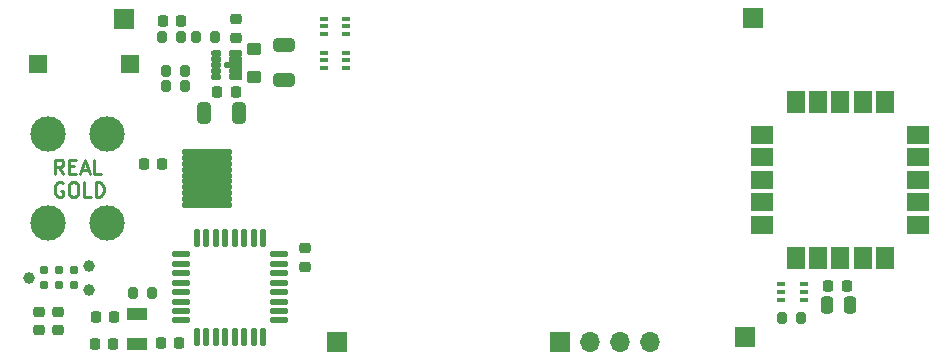
<source format=gbr>
%TF.GenerationSoftware,KiCad,Pcbnew,(6.0.6)*%
%TF.CreationDate,2022-11-03T14:15:42-06:00*%
%TF.ProjectId,SolarGPS,536f6c61-7247-4505-932e-6b696361645f,rev?*%
%TF.SameCoordinates,Original*%
%TF.FileFunction,Soldermask,Top*%
%TF.FilePolarity,Negative*%
%FSLAX46Y46*%
G04 Gerber Fmt 4.6, Leading zero omitted, Abs format (unit mm)*
G04 Created by KiCad (PCBNEW (6.0.6)) date 2022-11-03 14:15:42*
%MOMM*%
%LPD*%
G01*
G04 APERTURE LIST*
G04 Aperture macros list*
%AMRoundRect*
0 Rectangle with rounded corners*
0 $1 Rounding radius*
0 $2 $3 $4 $5 $6 $7 $8 $9 X,Y pos of 4 corners*
0 Add a 4 corners polygon primitive as box body*
4,1,4,$2,$3,$4,$5,$6,$7,$8,$9,$2,$3,0*
0 Add four circle primitives for the rounded corners*
1,1,$1+$1,$2,$3*
1,1,$1+$1,$4,$5*
1,1,$1+$1,$6,$7*
1,1,$1+$1,$8,$9*
0 Add four rect primitives between the rounded corners*
20,1,$1+$1,$2,$3,$4,$5,0*
20,1,$1+$1,$4,$5,$6,$7,0*
20,1,$1+$1,$6,$7,$8,$9,0*
20,1,$1+$1,$8,$9,$2,$3,0*%
G04 Aperture macros list end*
%ADD10C,0.250000*%
%ADD11C,0.010000*%
%ADD12R,0.650000X0.400000*%
%ADD13RoundRect,0.250000X0.250000X0.475000X-0.250000X0.475000X-0.250000X-0.475000X0.250000X-0.475000X0*%
%ADD14C,3.000000*%
%ADD15C,0.990600*%
%ADD16C,0.787400*%
%ADD17RoundRect,0.225000X-0.250000X0.225000X-0.250000X-0.225000X0.250000X-0.225000X0.250000X0.225000X0*%
%ADD18RoundRect,0.200000X0.200000X0.275000X-0.200000X0.275000X-0.200000X-0.275000X0.200000X-0.275000X0*%
%ADD19RoundRect,0.225000X0.225000X0.250000X-0.225000X0.250000X-0.225000X-0.250000X0.225000X-0.250000X0*%
%ADD20RoundRect,0.120000X2.000000X-0.150000X2.000000X0.150000X-2.000000X0.150000X-2.000000X-0.150000X0*%
%ADD21R,1.500000X1.500000*%
%ADD22R,1.700000X1.700000*%
%ADD23RoundRect,0.200000X-0.200000X-0.275000X0.200000X-0.275000X0.200000X0.275000X-0.200000X0.275000X0*%
%ADD24RoundRect,0.225000X-0.225000X-0.250000X0.225000X-0.250000X0.225000X0.250000X-0.225000X0.250000X0*%
%ADD25RoundRect,0.250000X-0.350000X0.275000X-0.350000X-0.275000X0.350000X-0.275000X0.350000X0.275000X0*%
%ADD26RoundRect,0.000001X0.900000X0.750000X-0.900000X0.750000X-0.900000X-0.750000X0.900000X-0.750000X0*%
%ADD27RoundRect,0.000001X0.750000X0.900000X-0.750000X0.900000X-0.750000X-0.900000X0.750000X-0.900000X0*%
%ADD28RoundRect,0.125000X0.125000X-0.625000X0.125000X0.625000X-0.125000X0.625000X-0.125000X-0.625000X0*%
%ADD29RoundRect,0.125000X0.625000X-0.125000X0.625000X0.125000X-0.625000X0.125000X-0.625000X-0.125000X0*%
%ADD30RoundRect,0.250000X0.650000X-0.325000X0.650000X0.325000X-0.650000X0.325000X-0.650000X-0.325000X0*%
%ADD31R,1.800000X1.000000*%
%ADD32RoundRect,0.250000X-0.325000X-0.650000X0.325000X-0.650000X0.325000X0.650000X-0.325000X0.650000X0*%
%ADD33O,1.700000X1.700000*%
G04 APERTURE END LIST*
D10*
X54308928Y-64601857D02*
X53908928Y-64030428D01*
X53623214Y-64601857D02*
X53623214Y-63401857D01*
X54080357Y-63401857D01*
X54194642Y-63459000D01*
X54251785Y-63516142D01*
X54308928Y-63630428D01*
X54308928Y-63801857D01*
X54251785Y-63916142D01*
X54194642Y-63973285D01*
X54080357Y-64030428D01*
X53623214Y-64030428D01*
X54823214Y-63973285D02*
X55223214Y-63973285D01*
X55394642Y-64601857D02*
X54823214Y-64601857D01*
X54823214Y-63401857D01*
X55394642Y-63401857D01*
X55851785Y-64259000D02*
X56423214Y-64259000D01*
X55737500Y-64601857D02*
X56137500Y-63401857D01*
X56537500Y-64601857D01*
X57508928Y-64601857D02*
X56937500Y-64601857D01*
X56937500Y-63401857D01*
X54251785Y-65391000D02*
X54137500Y-65333857D01*
X53966071Y-65333857D01*
X53794642Y-65391000D01*
X53680357Y-65505285D01*
X53623214Y-65619571D01*
X53566071Y-65848142D01*
X53566071Y-66019571D01*
X53623214Y-66248142D01*
X53680357Y-66362428D01*
X53794642Y-66476714D01*
X53966071Y-66533857D01*
X54080357Y-66533857D01*
X54251785Y-66476714D01*
X54308928Y-66419571D01*
X54308928Y-66019571D01*
X54080357Y-66019571D01*
X55051785Y-65333857D02*
X55280357Y-65333857D01*
X55394642Y-65391000D01*
X55508928Y-65505285D01*
X55566071Y-65733857D01*
X55566071Y-66133857D01*
X55508928Y-66362428D01*
X55394642Y-66476714D01*
X55280357Y-66533857D01*
X55051785Y-66533857D01*
X54937500Y-66476714D01*
X54823214Y-66362428D01*
X54766071Y-66133857D01*
X54766071Y-65733857D01*
X54823214Y-65505285D01*
X54937500Y-65391000D01*
X55051785Y-65333857D01*
X56651785Y-66533857D02*
X56080357Y-66533857D01*
X56080357Y-65333857D01*
X57051785Y-66533857D02*
X57051785Y-65333857D01*
X57337500Y-65333857D01*
X57508928Y-65391000D01*
X57623214Y-65505285D01*
X57680357Y-65619571D01*
X57737500Y-65848142D01*
X57737500Y-66019571D01*
X57680357Y-66248142D01*
X57623214Y-66362428D01*
X57508928Y-66476714D01*
X57337500Y-66533857D01*
X57051785Y-66533857D01*
%TO.C,U1*%
G36*
X69263000Y-54666000D02*
G01*
X69269000Y-54666000D01*
X69275000Y-54668000D01*
X69281000Y-54669000D01*
X69299000Y-54675000D01*
X69304000Y-54678000D01*
X69310000Y-54681000D01*
X69315000Y-54684000D01*
X69321000Y-54688000D01*
X69326000Y-54692000D01*
X69330000Y-54696000D01*
X69335000Y-54700000D01*
X69339000Y-54705000D01*
X69343000Y-54709000D01*
X69347000Y-54714000D01*
X69351000Y-54720000D01*
X69354000Y-54725000D01*
X69357000Y-54731000D01*
X69360000Y-54736000D01*
X69366000Y-54754000D01*
X69367000Y-54760000D01*
X69369000Y-54766000D01*
X69369000Y-54772000D01*
X69370000Y-54779000D01*
X69370000Y-54941000D01*
X69369000Y-54948000D01*
X69369000Y-54954000D01*
X69367000Y-54960000D01*
X69366000Y-54966000D01*
X69360000Y-54984000D01*
X69357000Y-54989000D01*
X69354000Y-54995000D01*
X69351000Y-55000000D01*
X69347000Y-55006000D01*
X69343000Y-55011000D01*
X69339000Y-55015000D01*
X69335000Y-55020000D01*
X69330000Y-55024000D01*
X69326000Y-55028000D01*
X69321000Y-55032000D01*
X69315000Y-55036000D01*
X69310000Y-55039000D01*
X69304000Y-55042000D01*
X69299000Y-55045000D01*
X69281000Y-55051000D01*
X69275000Y-55052000D01*
X69269000Y-55054000D01*
X69263000Y-55054000D01*
X69256000Y-55055000D01*
X68444000Y-55055000D01*
X68437000Y-55054000D01*
X68431000Y-55054000D01*
X68425000Y-55052000D01*
X68419000Y-55051000D01*
X68401000Y-55045000D01*
X68396000Y-55042000D01*
X68390000Y-55039000D01*
X68385000Y-55036000D01*
X68379000Y-55032000D01*
X68374000Y-55028000D01*
X68370000Y-55024000D01*
X68365000Y-55020000D01*
X68361000Y-55015000D01*
X68357000Y-55011000D01*
X68353000Y-55006000D01*
X68349000Y-55000000D01*
X68346000Y-54995000D01*
X68343000Y-54989000D01*
X68340000Y-54984000D01*
X68334000Y-54966000D01*
X68333000Y-54960000D01*
X68331000Y-54954000D01*
X68331000Y-54948000D01*
X68330000Y-54941000D01*
X68330000Y-54779000D01*
X68331000Y-54772000D01*
X68331000Y-54766000D01*
X68333000Y-54760000D01*
X68334000Y-54754000D01*
X68340000Y-54736000D01*
X68343000Y-54731000D01*
X68346000Y-54725000D01*
X68349000Y-54720000D01*
X68353000Y-54714000D01*
X68357000Y-54709000D01*
X68361000Y-54705000D01*
X68365000Y-54700000D01*
X68370000Y-54696000D01*
X68374000Y-54692000D01*
X68379000Y-54688000D01*
X68385000Y-54684000D01*
X68390000Y-54681000D01*
X68396000Y-54678000D01*
X68401000Y-54675000D01*
X68419000Y-54669000D01*
X68425000Y-54668000D01*
X68431000Y-54666000D01*
X68437000Y-54666000D01*
X68444000Y-54665000D01*
X69256000Y-54665000D01*
X69263000Y-54666000D01*
G37*
D11*
X69263000Y-54666000D02*
X69269000Y-54666000D01*
X69275000Y-54668000D01*
X69281000Y-54669000D01*
X69299000Y-54675000D01*
X69304000Y-54678000D01*
X69310000Y-54681000D01*
X69315000Y-54684000D01*
X69321000Y-54688000D01*
X69326000Y-54692000D01*
X69330000Y-54696000D01*
X69335000Y-54700000D01*
X69339000Y-54705000D01*
X69343000Y-54709000D01*
X69347000Y-54714000D01*
X69351000Y-54720000D01*
X69354000Y-54725000D01*
X69357000Y-54731000D01*
X69360000Y-54736000D01*
X69366000Y-54754000D01*
X69367000Y-54760000D01*
X69369000Y-54766000D01*
X69369000Y-54772000D01*
X69370000Y-54779000D01*
X69370000Y-54941000D01*
X69369000Y-54948000D01*
X69369000Y-54954000D01*
X69367000Y-54960000D01*
X69366000Y-54966000D01*
X69360000Y-54984000D01*
X69357000Y-54989000D01*
X69354000Y-54995000D01*
X69351000Y-55000000D01*
X69347000Y-55006000D01*
X69343000Y-55011000D01*
X69339000Y-55015000D01*
X69335000Y-55020000D01*
X69330000Y-55024000D01*
X69326000Y-55028000D01*
X69321000Y-55032000D01*
X69315000Y-55036000D01*
X69310000Y-55039000D01*
X69304000Y-55042000D01*
X69299000Y-55045000D01*
X69281000Y-55051000D01*
X69275000Y-55052000D01*
X69269000Y-55054000D01*
X69263000Y-55054000D01*
X69256000Y-55055000D01*
X68444000Y-55055000D01*
X68437000Y-55054000D01*
X68431000Y-55054000D01*
X68425000Y-55052000D01*
X68419000Y-55051000D01*
X68401000Y-55045000D01*
X68396000Y-55042000D01*
X68390000Y-55039000D01*
X68385000Y-55036000D01*
X68379000Y-55032000D01*
X68374000Y-55028000D01*
X68370000Y-55024000D01*
X68365000Y-55020000D01*
X68361000Y-55015000D01*
X68357000Y-55011000D01*
X68353000Y-55006000D01*
X68349000Y-55000000D01*
X68346000Y-54995000D01*
X68343000Y-54989000D01*
X68340000Y-54984000D01*
X68334000Y-54966000D01*
X68333000Y-54960000D01*
X68331000Y-54954000D01*
X68331000Y-54948000D01*
X68330000Y-54941000D01*
X68330000Y-54779000D01*
X68331000Y-54772000D01*
X68331000Y-54766000D01*
X68333000Y-54760000D01*
X68334000Y-54754000D01*
X68340000Y-54736000D01*
X68343000Y-54731000D01*
X68346000Y-54725000D01*
X68349000Y-54720000D01*
X68353000Y-54714000D01*
X68357000Y-54709000D01*
X68361000Y-54705000D01*
X68365000Y-54700000D01*
X68370000Y-54696000D01*
X68374000Y-54692000D01*
X68379000Y-54688000D01*
X68385000Y-54684000D01*
X68390000Y-54681000D01*
X68396000Y-54678000D01*
X68401000Y-54675000D01*
X68419000Y-54669000D01*
X68425000Y-54668000D01*
X68431000Y-54666000D01*
X68437000Y-54666000D01*
X68444000Y-54665000D01*
X69256000Y-54665000D01*
X69263000Y-54666000D01*
G36*
X69263000Y-56166000D02*
G01*
X69269000Y-56166000D01*
X69275000Y-56168000D01*
X69281000Y-56169000D01*
X69299000Y-56175000D01*
X69304000Y-56178000D01*
X69310000Y-56181000D01*
X69315000Y-56184000D01*
X69321000Y-56188000D01*
X69326000Y-56192000D01*
X69330000Y-56196000D01*
X69335000Y-56200000D01*
X69339000Y-56205000D01*
X69343000Y-56209000D01*
X69347000Y-56214000D01*
X69351000Y-56220000D01*
X69354000Y-56225000D01*
X69357000Y-56231000D01*
X69360000Y-56236000D01*
X69366000Y-56254000D01*
X69367000Y-56260000D01*
X69369000Y-56266000D01*
X69369000Y-56272000D01*
X69370000Y-56279000D01*
X69370000Y-56441000D01*
X69369000Y-56448000D01*
X69369000Y-56454000D01*
X69367000Y-56460000D01*
X69366000Y-56466000D01*
X69360000Y-56484000D01*
X69357000Y-56489000D01*
X69354000Y-56495000D01*
X69351000Y-56500000D01*
X69347000Y-56506000D01*
X69343000Y-56511000D01*
X69339000Y-56515000D01*
X69335000Y-56520000D01*
X69330000Y-56524000D01*
X69326000Y-56528000D01*
X69321000Y-56532000D01*
X69315000Y-56536000D01*
X69310000Y-56539000D01*
X69304000Y-56542000D01*
X69299000Y-56545000D01*
X69281000Y-56551000D01*
X69275000Y-56552000D01*
X69269000Y-56554000D01*
X69263000Y-56554000D01*
X69256000Y-56555000D01*
X68444000Y-56555000D01*
X68437000Y-56554000D01*
X68431000Y-56554000D01*
X68425000Y-56552000D01*
X68419000Y-56551000D01*
X68401000Y-56545000D01*
X68396000Y-56542000D01*
X68390000Y-56539000D01*
X68385000Y-56536000D01*
X68379000Y-56532000D01*
X68374000Y-56528000D01*
X68370000Y-56524000D01*
X68365000Y-56520000D01*
X68361000Y-56515000D01*
X68357000Y-56511000D01*
X68353000Y-56506000D01*
X68349000Y-56500000D01*
X68346000Y-56495000D01*
X68343000Y-56489000D01*
X68340000Y-56484000D01*
X68334000Y-56466000D01*
X68333000Y-56460000D01*
X68331000Y-56454000D01*
X68331000Y-56448000D01*
X68330000Y-56441000D01*
X68330000Y-56279000D01*
X68331000Y-56272000D01*
X68331000Y-56266000D01*
X68333000Y-56260000D01*
X68334000Y-56254000D01*
X68340000Y-56236000D01*
X68343000Y-56231000D01*
X68346000Y-56225000D01*
X68349000Y-56220000D01*
X68353000Y-56214000D01*
X68357000Y-56209000D01*
X68361000Y-56205000D01*
X68365000Y-56200000D01*
X68370000Y-56196000D01*
X68374000Y-56192000D01*
X68379000Y-56188000D01*
X68385000Y-56184000D01*
X68390000Y-56181000D01*
X68396000Y-56178000D01*
X68401000Y-56175000D01*
X68419000Y-56169000D01*
X68425000Y-56168000D01*
X68431000Y-56166000D01*
X68437000Y-56166000D01*
X68444000Y-56165000D01*
X69256000Y-56165000D01*
X69263000Y-56166000D01*
G37*
X69263000Y-56166000D02*
X69269000Y-56166000D01*
X69275000Y-56168000D01*
X69281000Y-56169000D01*
X69299000Y-56175000D01*
X69304000Y-56178000D01*
X69310000Y-56181000D01*
X69315000Y-56184000D01*
X69321000Y-56188000D01*
X69326000Y-56192000D01*
X69330000Y-56196000D01*
X69335000Y-56200000D01*
X69339000Y-56205000D01*
X69343000Y-56209000D01*
X69347000Y-56214000D01*
X69351000Y-56220000D01*
X69354000Y-56225000D01*
X69357000Y-56231000D01*
X69360000Y-56236000D01*
X69366000Y-56254000D01*
X69367000Y-56260000D01*
X69369000Y-56266000D01*
X69369000Y-56272000D01*
X69370000Y-56279000D01*
X69370000Y-56441000D01*
X69369000Y-56448000D01*
X69369000Y-56454000D01*
X69367000Y-56460000D01*
X69366000Y-56466000D01*
X69360000Y-56484000D01*
X69357000Y-56489000D01*
X69354000Y-56495000D01*
X69351000Y-56500000D01*
X69347000Y-56506000D01*
X69343000Y-56511000D01*
X69339000Y-56515000D01*
X69335000Y-56520000D01*
X69330000Y-56524000D01*
X69326000Y-56528000D01*
X69321000Y-56532000D01*
X69315000Y-56536000D01*
X69310000Y-56539000D01*
X69304000Y-56542000D01*
X69299000Y-56545000D01*
X69281000Y-56551000D01*
X69275000Y-56552000D01*
X69269000Y-56554000D01*
X69263000Y-56554000D01*
X69256000Y-56555000D01*
X68444000Y-56555000D01*
X68437000Y-56554000D01*
X68431000Y-56554000D01*
X68425000Y-56552000D01*
X68419000Y-56551000D01*
X68401000Y-56545000D01*
X68396000Y-56542000D01*
X68390000Y-56539000D01*
X68385000Y-56536000D01*
X68379000Y-56532000D01*
X68374000Y-56528000D01*
X68370000Y-56524000D01*
X68365000Y-56520000D01*
X68361000Y-56515000D01*
X68357000Y-56511000D01*
X68353000Y-56506000D01*
X68349000Y-56500000D01*
X68346000Y-56495000D01*
X68343000Y-56489000D01*
X68340000Y-56484000D01*
X68334000Y-56466000D01*
X68333000Y-56460000D01*
X68331000Y-56454000D01*
X68331000Y-56448000D01*
X68330000Y-56441000D01*
X68330000Y-56279000D01*
X68331000Y-56272000D01*
X68331000Y-56266000D01*
X68333000Y-56260000D01*
X68334000Y-56254000D01*
X68340000Y-56236000D01*
X68343000Y-56231000D01*
X68346000Y-56225000D01*
X68349000Y-56220000D01*
X68353000Y-56214000D01*
X68357000Y-56209000D01*
X68361000Y-56205000D01*
X68365000Y-56200000D01*
X68370000Y-56196000D01*
X68374000Y-56192000D01*
X68379000Y-56188000D01*
X68385000Y-56184000D01*
X68390000Y-56181000D01*
X68396000Y-56178000D01*
X68401000Y-56175000D01*
X68419000Y-56169000D01*
X68425000Y-56168000D01*
X68431000Y-56166000D01*
X68437000Y-56166000D01*
X68444000Y-56165000D01*
X69256000Y-56165000D01*
X69263000Y-56166000D01*
G36*
X69263000Y-55166000D02*
G01*
X69269000Y-55166000D01*
X69275000Y-55168000D01*
X69281000Y-55169000D01*
X69299000Y-55175000D01*
X69304000Y-55178000D01*
X69310000Y-55181000D01*
X69315000Y-55184000D01*
X69321000Y-55188000D01*
X69326000Y-55192000D01*
X69330000Y-55196000D01*
X69335000Y-55200000D01*
X69339000Y-55205000D01*
X69343000Y-55209000D01*
X69347000Y-55214000D01*
X69351000Y-55220000D01*
X69354000Y-55225000D01*
X69357000Y-55231000D01*
X69360000Y-55236000D01*
X69366000Y-55254000D01*
X69367000Y-55260000D01*
X69369000Y-55266000D01*
X69369000Y-55272000D01*
X69370000Y-55279000D01*
X69370000Y-55441000D01*
X69369000Y-55448000D01*
X69369000Y-55454000D01*
X69367000Y-55460000D01*
X69366000Y-55466000D01*
X69360000Y-55484000D01*
X69357000Y-55489000D01*
X69354000Y-55495000D01*
X69351000Y-55500000D01*
X69347000Y-55506000D01*
X69343000Y-55511000D01*
X69339000Y-55515000D01*
X69335000Y-55520000D01*
X69330000Y-55524000D01*
X69326000Y-55528000D01*
X69321000Y-55532000D01*
X69315000Y-55536000D01*
X69310000Y-55539000D01*
X69304000Y-55542000D01*
X69299000Y-55545000D01*
X69281000Y-55551000D01*
X69275000Y-55552000D01*
X69269000Y-55554000D01*
X69263000Y-55554000D01*
X69256000Y-55555000D01*
X68044000Y-55555000D01*
X68037000Y-55554000D01*
X68031000Y-55554000D01*
X68025000Y-55552000D01*
X68019000Y-55551000D01*
X68001000Y-55545000D01*
X67996000Y-55542000D01*
X67990000Y-55539000D01*
X67985000Y-55536000D01*
X67979000Y-55532000D01*
X67974000Y-55528000D01*
X67970000Y-55524000D01*
X67965000Y-55520000D01*
X67961000Y-55515000D01*
X67957000Y-55511000D01*
X67953000Y-55506000D01*
X67949000Y-55500000D01*
X67946000Y-55495000D01*
X67943000Y-55489000D01*
X67940000Y-55484000D01*
X67934000Y-55466000D01*
X67933000Y-55460000D01*
X67931000Y-55454000D01*
X67931000Y-55448000D01*
X67930000Y-55441000D01*
X67930000Y-55279000D01*
X67931000Y-55272000D01*
X67931000Y-55266000D01*
X67933000Y-55260000D01*
X67934000Y-55254000D01*
X67940000Y-55236000D01*
X67943000Y-55231000D01*
X67946000Y-55225000D01*
X67949000Y-55220000D01*
X67953000Y-55214000D01*
X67957000Y-55209000D01*
X67961000Y-55205000D01*
X67965000Y-55200000D01*
X67970000Y-55196000D01*
X67974000Y-55192000D01*
X67979000Y-55188000D01*
X67985000Y-55184000D01*
X67990000Y-55181000D01*
X67996000Y-55178000D01*
X68001000Y-55175000D01*
X68019000Y-55169000D01*
X68025000Y-55168000D01*
X68031000Y-55166000D01*
X68037000Y-55166000D01*
X68044000Y-55165000D01*
X69256000Y-55165000D01*
X69263000Y-55166000D01*
G37*
X69263000Y-55166000D02*
X69269000Y-55166000D01*
X69275000Y-55168000D01*
X69281000Y-55169000D01*
X69299000Y-55175000D01*
X69304000Y-55178000D01*
X69310000Y-55181000D01*
X69315000Y-55184000D01*
X69321000Y-55188000D01*
X69326000Y-55192000D01*
X69330000Y-55196000D01*
X69335000Y-55200000D01*
X69339000Y-55205000D01*
X69343000Y-55209000D01*
X69347000Y-55214000D01*
X69351000Y-55220000D01*
X69354000Y-55225000D01*
X69357000Y-55231000D01*
X69360000Y-55236000D01*
X69366000Y-55254000D01*
X69367000Y-55260000D01*
X69369000Y-55266000D01*
X69369000Y-55272000D01*
X69370000Y-55279000D01*
X69370000Y-55441000D01*
X69369000Y-55448000D01*
X69369000Y-55454000D01*
X69367000Y-55460000D01*
X69366000Y-55466000D01*
X69360000Y-55484000D01*
X69357000Y-55489000D01*
X69354000Y-55495000D01*
X69351000Y-55500000D01*
X69347000Y-55506000D01*
X69343000Y-55511000D01*
X69339000Y-55515000D01*
X69335000Y-55520000D01*
X69330000Y-55524000D01*
X69326000Y-55528000D01*
X69321000Y-55532000D01*
X69315000Y-55536000D01*
X69310000Y-55539000D01*
X69304000Y-55542000D01*
X69299000Y-55545000D01*
X69281000Y-55551000D01*
X69275000Y-55552000D01*
X69269000Y-55554000D01*
X69263000Y-55554000D01*
X69256000Y-55555000D01*
X68044000Y-55555000D01*
X68037000Y-55554000D01*
X68031000Y-55554000D01*
X68025000Y-55552000D01*
X68019000Y-55551000D01*
X68001000Y-55545000D01*
X67996000Y-55542000D01*
X67990000Y-55539000D01*
X67985000Y-55536000D01*
X67979000Y-55532000D01*
X67974000Y-55528000D01*
X67970000Y-55524000D01*
X67965000Y-55520000D01*
X67961000Y-55515000D01*
X67957000Y-55511000D01*
X67953000Y-55506000D01*
X67949000Y-55500000D01*
X67946000Y-55495000D01*
X67943000Y-55489000D01*
X67940000Y-55484000D01*
X67934000Y-55466000D01*
X67933000Y-55460000D01*
X67931000Y-55454000D01*
X67931000Y-55448000D01*
X67930000Y-55441000D01*
X67930000Y-55279000D01*
X67931000Y-55272000D01*
X67931000Y-55266000D01*
X67933000Y-55260000D01*
X67934000Y-55254000D01*
X67940000Y-55236000D01*
X67943000Y-55231000D01*
X67946000Y-55225000D01*
X67949000Y-55220000D01*
X67953000Y-55214000D01*
X67957000Y-55209000D01*
X67961000Y-55205000D01*
X67965000Y-55200000D01*
X67970000Y-55196000D01*
X67974000Y-55192000D01*
X67979000Y-55188000D01*
X67985000Y-55184000D01*
X67990000Y-55181000D01*
X67996000Y-55178000D01*
X68001000Y-55175000D01*
X68019000Y-55169000D01*
X68025000Y-55168000D01*
X68031000Y-55166000D01*
X68037000Y-55166000D01*
X68044000Y-55165000D01*
X69256000Y-55165000D01*
X69263000Y-55166000D01*
G36*
X69263000Y-55666000D02*
G01*
X69269000Y-55666000D01*
X69275000Y-55668000D01*
X69281000Y-55669000D01*
X69299000Y-55675000D01*
X69304000Y-55678000D01*
X69310000Y-55681000D01*
X69315000Y-55684000D01*
X69321000Y-55688000D01*
X69326000Y-55692000D01*
X69330000Y-55696000D01*
X69335000Y-55700000D01*
X69339000Y-55705000D01*
X69343000Y-55709000D01*
X69347000Y-55714000D01*
X69351000Y-55720000D01*
X69354000Y-55725000D01*
X69357000Y-55731000D01*
X69360000Y-55736000D01*
X69366000Y-55754000D01*
X69367000Y-55760000D01*
X69369000Y-55766000D01*
X69369000Y-55772000D01*
X69370000Y-55779000D01*
X69370000Y-55941000D01*
X69369000Y-55948000D01*
X69369000Y-55954000D01*
X69367000Y-55960000D01*
X69366000Y-55966000D01*
X69360000Y-55984000D01*
X69357000Y-55989000D01*
X69354000Y-55995000D01*
X69351000Y-56000000D01*
X69347000Y-56006000D01*
X69343000Y-56011000D01*
X69339000Y-56015000D01*
X69335000Y-56020000D01*
X69330000Y-56024000D01*
X69326000Y-56028000D01*
X69321000Y-56032000D01*
X69315000Y-56036000D01*
X69310000Y-56039000D01*
X69304000Y-56042000D01*
X69299000Y-56045000D01*
X69281000Y-56051000D01*
X69275000Y-56052000D01*
X69269000Y-56054000D01*
X69263000Y-56054000D01*
X69256000Y-56055000D01*
X68444000Y-56055000D01*
X68437000Y-56054000D01*
X68431000Y-56054000D01*
X68425000Y-56052000D01*
X68419000Y-56051000D01*
X68401000Y-56045000D01*
X68396000Y-56042000D01*
X68390000Y-56039000D01*
X68385000Y-56036000D01*
X68379000Y-56032000D01*
X68374000Y-56028000D01*
X68370000Y-56024000D01*
X68365000Y-56020000D01*
X68361000Y-56015000D01*
X68357000Y-56011000D01*
X68353000Y-56006000D01*
X68349000Y-56000000D01*
X68346000Y-55995000D01*
X68343000Y-55989000D01*
X68340000Y-55984000D01*
X68334000Y-55966000D01*
X68333000Y-55960000D01*
X68331000Y-55954000D01*
X68331000Y-55948000D01*
X68330000Y-55941000D01*
X68330000Y-55779000D01*
X68331000Y-55772000D01*
X68331000Y-55766000D01*
X68333000Y-55760000D01*
X68334000Y-55754000D01*
X68340000Y-55736000D01*
X68343000Y-55731000D01*
X68346000Y-55725000D01*
X68349000Y-55720000D01*
X68353000Y-55714000D01*
X68357000Y-55709000D01*
X68361000Y-55705000D01*
X68365000Y-55700000D01*
X68370000Y-55696000D01*
X68374000Y-55692000D01*
X68379000Y-55688000D01*
X68385000Y-55684000D01*
X68390000Y-55681000D01*
X68396000Y-55678000D01*
X68401000Y-55675000D01*
X68419000Y-55669000D01*
X68425000Y-55668000D01*
X68431000Y-55666000D01*
X68437000Y-55666000D01*
X68444000Y-55665000D01*
X69256000Y-55665000D01*
X69263000Y-55666000D01*
G37*
X69263000Y-55666000D02*
X69269000Y-55666000D01*
X69275000Y-55668000D01*
X69281000Y-55669000D01*
X69299000Y-55675000D01*
X69304000Y-55678000D01*
X69310000Y-55681000D01*
X69315000Y-55684000D01*
X69321000Y-55688000D01*
X69326000Y-55692000D01*
X69330000Y-55696000D01*
X69335000Y-55700000D01*
X69339000Y-55705000D01*
X69343000Y-55709000D01*
X69347000Y-55714000D01*
X69351000Y-55720000D01*
X69354000Y-55725000D01*
X69357000Y-55731000D01*
X69360000Y-55736000D01*
X69366000Y-55754000D01*
X69367000Y-55760000D01*
X69369000Y-55766000D01*
X69369000Y-55772000D01*
X69370000Y-55779000D01*
X69370000Y-55941000D01*
X69369000Y-55948000D01*
X69369000Y-55954000D01*
X69367000Y-55960000D01*
X69366000Y-55966000D01*
X69360000Y-55984000D01*
X69357000Y-55989000D01*
X69354000Y-55995000D01*
X69351000Y-56000000D01*
X69347000Y-56006000D01*
X69343000Y-56011000D01*
X69339000Y-56015000D01*
X69335000Y-56020000D01*
X69330000Y-56024000D01*
X69326000Y-56028000D01*
X69321000Y-56032000D01*
X69315000Y-56036000D01*
X69310000Y-56039000D01*
X69304000Y-56042000D01*
X69299000Y-56045000D01*
X69281000Y-56051000D01*
X69275000Y-56052000D01*
X69269000Y-56054000D01*
X69263000Y-56054000D01*
X69256000Y-56055000D01*
X68444000Y-56055000D01*
X68437000Y-56054000D01*
X68431000Y-56054000D01*
X68425000Y-56052000D01*
X68419000Y-56051000D01*
X68401000Y-56045000D01*
X68396000Y-56042000D01*
X68390000Y-56039000D01*
X68385000Y-56036000D01*
X68379000Y-56032000D01*
X68374000Y-56028000D01*
X68370000Y-56024000D01*
X68365000Y-56020000D01*
X68361000Y-56015000D01*
X68357000Y-56011000D01*
X68353000Y-56006000D01*
X68349000Y-56000000D01*
X68346000Y-55995000D01*
X68343000Y-55989000D01*
X68340000Y-55984000D01*
X68334000Y-55966000D01*
X68333000Y-55960000D01*
X68331000Y-55954000D01*
X68331000Y-55948000D01*
X68330000Y-55941000D01*
X68330000Y-55779000D01*
X68331000Y-55772000D01*
X68331000Y-55766000D01*
X68333000Y-55760000D01*
X68334000Y-55754000D01*
X68340000Y-55736000D01*
X68343000Y-55731000D01*
X68346000Y-55725000D01*
X68349000Y-55720000D01*
X68353000Y-55714000D01*
X68357000Y-55709000D01*
X68361000Y-55705000D01*
X68365000Y-55700000D01*
X68370000Y-55696000D01*
X68374000Y-55692000D01*
X68379000Y-55688000D01*
X68385000Y-55684000D01*
X68390000Y-55681000D01*
X68396000Y-55678000D01*
X68401000Y-55675000D01*
X68419000Y-55669000D01*
X68425000Y-55668000D01*
X68431000Y-55666000D01*
X68437000Y-55666000D01*
X68444000Y-55665000D01*
X69256000Y-55665000D01*
X69263000Y-55666000D01*
G36*
X67463000Y-56166000D02*
G01*
X67469000Y-56166000D01*
X67475000Y-56168000D01*
X67481000Y-56169000D01*
X67499000Y-56175000D01*
X67504000Y-56178000D01*
X67510000Y-56181000D01*
X67515000Y-56184000D01*
X67521000Y-56188000D01*
X67526000Y-56192000D01*
X67530000Y-56196000D01*
X67535000Y-56200000D01*
X67539000Y-56205000D01*
X67543000Y-56209000D01*
X67547000Y-56214000D01*
X67551000Y-56220000D01*
X67554000Y-56225000D01*
X67557000Y-56231000D01*
X67560000Y-56236000D01*
X67566000Y-56254000D01*
X67567000Y-56260000D01*
X67569000Y-56266000D01*
X67569000Y-56272000D01*
X67570000Y-56279000D01*
X67570000Y-56441000D01*
X67569000Y-56448000D01*
X67569000Y-56454000D01*
X67567000Y-56460000D01*
X67566000Y-56466000D01*
X67560000Y-56484000D01*
X67557000Y-56489000D01*
X67554000Y-56495000D01*
X67551000Y-56500000D01*
X67547000Y-56506000D01*
X67543000Y-56511000D01*
X67539000Y-56515000D01*
X67535000Y-56520000D01*
X67530000Y-56524000D01*
X67526000Y-56528000D01*
X67521000Y-56532000D01*
X67515000Y-56536000D01*
X67510000Y-56539000D01*
X67504000Y-56542000D01*
X67499000Y-56545000D01*
X67481000Y-56551000D01*
X67475000Y-56552000D01*
X67469000Y-56554000D01*
X67463000Y-56554000D01*
X67456000Y-56555000D01*
X66944000Y-56555000D01*
X66937000Y-56554000D01*
X66931000Y-56554000D01*
X66925000Y-56552000D01*
X66919000Y-56551000D01*
X66901000Y-56545000D01*
X66896000Y-56542000D01*
X66890000Y-56539000D01*
X66885000Y-56536000D01*
X66879000Y-56532000D01*
X66874000Y-56528000D01*
X66870000Y-56524000D01*
X66865000Y-56520000D01*
X66861000Y-56515000D01*
X66857000Y-56511000D01*
X66853000Y-56506000D01*
X66849000Y-56500000D01*
X66846000Y-56495000D01*
X66843000Y-56489000D01*
X66840000Y-56484000D01*
X66834000Y-56466000D01*
X66833000Y-56460000D01*
X66831000Y-56454000D01*
X66831000Y-56448000D01*
X66830000Y-56441000D01*
X66830000Y-56279000D01*
X66831000Y-56272000D01*
X66831000Y-56266000D01*
X66833000Y-56260000D01*
X66834000Y-56254000D01*
X66840000Y-56236000D01*
X66843000Y-56231000D01*
X66846000Y-56225000D01*
X66849000Y-56220000D01*
X66853000Y-56214000D01*
X66857000Y-56209000D01*
X66861000Y-56205000D01*
X66865000Y-56200000D01*
X66870000Y-56196000D01*
X66874000Y-56192000D01*
X66879000Y-56188000D01*
X66885000Y-56184000D01*
X66890000Y-56181000D01*
X66896000Y-56178000D01*
X66901000Y-56175000D01*
X66919000Y-56169000D01*
X66925000Y-56168000D01*
X66931000Y-56166000D01*
X66937000Y-56166000D01*
X66944000Y-56165000D01*
X67456000Y-56165000D01*
X67463000Y-56166000D01*
G37*
X67463000Y-56166000D02*
X67469000Y-56166000D01*
X67475000Y-56168000D01*
X67481000Y-56169000D01*
X67499000Y-56175000D01*
X67504000Y-56178000D01*
X67510000Y-56181000D01*
X67515000Y-56184000D01*
X67521000Y-56188000D01*
X67526000Y-56192000D01*
X67530000Y-56196000D01*
X67535000Y-56200000D01*
X67539000Y-56205000D01*
X67543000Y-56209000D01*
X67547000Y-56214000D01*
X67551000Y-56220000D01*
X67554000Y-56225000D01*
X67557000Y-56231000D01*
X67560000Y-56236000D01*
X67566000Y-56254000D01*
X67567000Y-56260000D01*
X67569000Y-56266000D01*
X67569000Y-56272000D01*
X67570000Y-56279000D01*
X67570000Y-56441000D01*
X67569000Y-56448000D01*
X67569000Y-56454000D01*
X67567000Y-56460000D01*
X67566000Y-56466000D01*
X67560000Y-56484000D01*
X67557000Y-56489000D01*
X67554000Y-56495000D01*
X67551000Y-56500000D01*
X67547000Y-56506000D01*
X67543000Y-56511000D01*
X67539000Y-56515000D01*
X67535000Y-56520000D01*
X67530000Y-56524000D01*
X67526000Y-56528000D01*
X67521000Y-56532000D01*
X67515000Y-56536000D01*
X67510000Y-56539000D01*
X67504000Y-56542000D01*
X67499000Y-56545000D01*
X67481000Y-56551000D01*
X67475000Y-56552000D01*
X67469000Y-56554000D01*
X67463000Y-56554000D01*
X67456000Y-56555000D01*
X66944000Y-56555000D01*
X66937000Y-56554000D01*
X66931000Y-56554000D01*
X66925000Y-56552000D01*
X66919000Y-56551000D01*
X66901000Y-56545000D01*
X66896000Y-56542000D01*
X66890000Y-56539000D01*
X66885000Y-56536000D01*
X66879000Y-56532000D01*
X66874000Y-56528000D01*
X66870000Y-56524000D01*
X66865000Y-56520000D01*
X66861000Y-56515000D01*
X66857000Y-56511000D01*
X66853000Y-56506000D01*
X66849000Y-56500000D01*
X66846000Y-56495000D01*
X66843000Y-56489000D01*
X66840000Y-56484000D01*
X66834000Y-56466000D01*
X66833000Y-56460000D01*
X66831000Y-56454000D01*
X66831000Y-56448000D01*
X66830000Y-56441000D01*
X66830000Y-56279000D01*
X66831000Y-56272000D01*
X66831000Y-56266000D01*
X66833000Y-56260000D01*
X66834000Y-56254000D01*
X66840000Y-56236000D01*
X66843000Y-56231000D01*
X66846000Y-56225000D01*
X66849000Y-56220000D01*
X66853000Y-56214000D01*
X66857000Y-56209000D01*
X66861000Y-56205000D01*
X66865000Y-56200000D01*
X66870000Y-56196000D01*
X66874000Y-56192000D01*
X66879000Y-56188000D01*
X66885000Y-56184000D01*
X66890000Y-56181000D01*
X66896000Y-56178000D01*
X66901000Y-56175000D01*
X66919000Y-56169000D01*
X66925000Y-56168000D01*
X66931000Y-56166000D01*
X66937000Y-56166000D01*
X66944000Y-56165000D01*
X67456000Y-56165000D01*
X67463000Y-56166000D01*
G36*
X67463000Y-54666000D02*
G01*
X67469000Y-54666000D01*
X67475000Y-54668000D01*
X67481000Y-54669000D01*
X67499000Y-54675000D01*
X67504000Y-54678000D01*
X67510000Y-54681000D01*
X67515000Y-54684000D01*
X67521000Y-54688000D01*
X67526000Y-54692000D01*
X67530000Y-54696000D01*
X67535000Y-54700000D01*
X67539000Y-54705000D01*
X67543000Y-54709000D01*
X67547000Y-54714000D01*
X67551000Y-54720000D01*
X67554000Y-54725000D01*
X67557000Y-54731000D01*
X67560000Y-54736000D01*
X67566000Y-54754000D01*
X67567000Y-54760000D01*
X67569000Y-54766000D01*
X67569000Y-54772000D01*
X67570000Y-54779000D01*
X67570000Y-54941000D01*
X67569000Y-54948000D01*
X67569000Y-54954000D01*
X67567000Y-54960000D01*
X67566000Y-54966000D01*
X67560000Y-54984000D01*
X67557000Y-54989000D01*
X67554000Y-54995000D01*
X67551000Y-55000000D01*
X67547000Y-55006000D01*
X67543000Y-55011000D01*
X67539000Y-55015000D01*
X67535000Y-55020000D01*
X67530000Y-55024000D01*
X67526000Y-55028000D01*
X67521000Y-55032000D01*
X67515000Y-55036000D01*
X67510000Y-55039000D01*
X67504000Y-55042000D01*
X67499000Y-55045000D01*
X67481000Y-55051000D01*
X67475000Y-55052000D01*
X67469000Y-55054000D01*
X67463000Y-55054000D01*
X67456000Y-55055000D01*
X66944000Y-55055000D01*
X66937000Y-55054000D01*
X66931000Y-55054000D01*
X66925000Y-55052000D01*
X66919000Y-55051000D01*
X66901000Y-55045000D01*
X66896000Y-55042000D01*
X66890000Y-55039000D01*
X66885000Y-55036000D01*
X66879000Y-55032000D01*
X66874000Y-55028000D01*
X66870000Y-55024000D01*
X66865000Y-55020000D01*
X66861000Y-55015000D01*
X66857000Y-55011000D01*
X66853000Y-55006000D01*
X66849000Y-55000000D01*
X66846000Y-54995000D01*
X66843000Y-54989000D01*
X66840000Y-54984000D01*
X66834000Y-54966000D01*
X66833000Y-54960000D01*
X66831000Y-54954000D01*
X66831000Y-54948000D01*
X66830000Y-54941000D01*
X66830000Y-54779000D01*
X66831000Y-54772000D01*
X66831000Y-54766000D01*
X66833000Y-54760000D01*
X66834000Y-54754000D01*
X66840000Y-54736000D01*
X66843000Y-54731000D01*
X66846000Y-54725000D01*
X66849000Y-54720000D01*
X66853000Y-54714000D01*
X66857000Y-54709000D01*
X66861000Y-54705000D01*
X66865000Y-54700000D01*
X66870000Y-54696000D01*
X66874000Y-54692000D01*
X66879000Y-54688000D01*
X66885000Y-54684000D01*
X66890000Y-54681000D01*
X66896000Y-54678000D01*
X66901000Y-54675000D01*
X66919000Y-54669000D01*
X66925000Y-54668000D01*
X66931000Y-54666000D01*
X66937000Y-54666000D01*
X66944000Y-54665000D01*
X67456000Y-54665000D01*
X67463000Y-54666000D01*
G37*
X67463000Y-54666000D02*
X67469000Y-54666000D01*
X67475000Y-54668000D01*
X67481000Y-54669000D01*
X67499000Y-54675000D01*
X67504000Y-54678000D01*
X67510000Y-54681000D01*
X67515000Y-54684000D01*
X67521000Y-54688000D01*
X67526000Y-54692000D01*
X67530000Y-54696000D01*
X67535000Y-54700000D01*
X67539000Y-54705000D01*
X67543000Y-54709000D01*
X67547000Y-54714000D01*
X67551000Y-54720000D01*
X67554000Y-54725000D01*
X67557000Y-54731000D01*
X67560000Y-54736000D01*
X67566000Y-54754000D01*
X67567000Y-54760000D01*
X67569000Y-54766000D01*
X67569000Y-54772000D01*
X67570000Y-54779000D01*
X67570000Y-54941000D01*
X67569000Y-54948000D01*
X67569000Y-54954000D01*
X67567000Y-54960000D01*
X67566000Y-54966000D01*
X67560000Y-54984000D01*
X67557000Y-54989000D01*
X67554000Y-54995000D01*
X67551000Y-55000000D01*
X67547000Y-55006000D01*
X67543000Y-55011000D01*
X67539000Y-55015000D01*
X67535000Y-55020000D01*
X67530000Y-55024000D01*
X67526000Y-55028000D01*
X67521000Y-55032000D01*
X67515000Y-55036000D01*
X67510000Y-55039000D01*
X67504000Y-55042000D01*
X67499000Y-55045000D01*
X67481000Y-55051000D01*
X67475000Y-55052000D01*
X67469000Y-55054000D01*
X67463000Y-55054000D01*
X67456000Y-55055000D01*
X66944000Y-55055000D01*
X66937000Y-55054000D01*
X66931000Y-55054000D01*
X66925000Y-55052000D01*
X66919000Y-55051000D01*
X66901000Y-55045000D01*
X66896000Y-55042000D01*
X66890000Y-55039000D01*
X66885000Y-55036000D01*
X66879000Y-55032000D01*
X66874000Y-55028000D01*
X66870000Y-55024000D01*
X66865000Y-55020000D01*
X66861000Y-55015000D01*
X66857000Y-55011000D01*
X66853000Y-55006000D01*
X66849000Y-55000000D01*
X66846000Y-54995000D01*
X66843000Y-54989000D01*
X66840000Y-54984000D01*
X66834000Y-54966000D01*
X66833000Y-54960000D01*
X66831000Y-54954000D01*
X66831000Y-54948000D01*
X66830000Y-54941000D01*
X66830000Y-54779000D01*
X66831000Y-54772000D01*
X66831000Y-54766000D01*
X66833000Y-54760000D01*
X66834000Y-54754000D01*
X66840000Y-54736000D01*
X66843000Y-54731000D01*
X66846000Y-54725000D01*
X66849000Y-54720000D01*
X66853000Y-54714000D01*
X66857000Y-54709000D01*
X66861000Y-54705000D01*
X66865000Y-54700000D01*
X66870000Y-54696000D01*
X66874000Y-54692000D01*
X66879000Y-54688000D01*
X66885000Y-54684000D01*
X66890000Y-54681000D01*
X66896000Y-54678000D01*
X66901000Y-54675000D01*
X66919000Y-54669000D01*
X66925000Y-54668000D01*
X66931000Y-54666000D01*
X66937000Y-54666000D01*
X66944000Y-54665000D01*
X67456000Y-54665000D01*
X67463000Y-54666000D01*
G36*
X67463000Y-55166000D02*
G01*
X67469000Y-55166000D01*
X67475000Y-55168000D01*
X67481000Y-55169000D01*
X67499000Y-55175000D01*
X67504000Y-55178000D01*
X67510000Y-55181000D01*
X67515000Y-55184000D01*
X67521000Y-55188000D01*
X67526000Y-55192000D01*
X67530000Y-55196000D01*
X67535000Y-55200000D01*
X67539000Y-55205000D01*
X67543000Y-55209000D01*
X67547000Y-55214000D01*
X67551000Y-55220000D01*
X67554000Y-55225000D01*
X67557000Y-55231000D01*
X67560000Y-55236000D01*
X67566000Y-55254000D01*
X67567000Y-55260000D01*
X67569000Y-55266000D01*
X67569000Y-55272000D01*
X67570000Y-55279000D01*
X67570000Y-55441000D01*
X67569000Y-55448000D01*
X67569000Y-55454000D01*
X67567000Y-55460000D01*
X67566000Y-55466000D01*
X67560000Y-55484000D01*
X67557000Y-55489000D01*
X67554000Y-55495000D01*
X67551000Y-55500000D01*
X67547000Y-55506000D01*
X67543000Y-55511000D01*
X67539000Y-55515000D01*
X67535000Y-55520000D01*
X67530000Y-55524000D01*
X67526000Y-55528000D01*
X67521000Y-55532000D01*
X67515000Y-55536000D01*
X67510000Y-55539000D01*
X67504000Y-55542000D01*
X67499000Y-55545000D01*
X67481000Y-55551000D01*
X67475000Y-55552000D01*
X67469000Y-55554000D01*
X67463000Y-55554000D01*
X67456000Y-55555000D01*
X66944000Y-55555000D01*
X66937000Y-55554000D01*
X66931000Y-55554000D01*
X66925000Y-55552000D01*
X66919000Y-55551000D01*
X66901000Y-55545000D01*
X66896000Y-55542000D01*
X66890000Y-55539000D01*
X66885000Y-55536000D01*
X66879000Y-55532000D01*
X66874000Y-55528000D01*
X66870000Y-55524000D01*
X66865000Y-55520000D01*
X66861000Y-55515000D01*
X66857000Y-55511000D01*
X66853000Y-55506000D01*
X66849000Y-55500000D01*
X66846000Y-55495000D01*
X66843000Y-55489000D01*
X66840000Y-55484000D01*
X66834000Y-55466000D01*
X66833000Y-55460000D01*
X66831000Y-55454000D01*
X66831000Y-55448000D01*
X66830000Y-55441000D01*
X66830000Y-55279000D01*
X66831000Y-55272000D01*
X66831000Y-55266000D01*
X66833000Y-55260000D01*
X66834000Y-55254000D01*
X66840000Y-55236000D01*
X66843000Y-55231000D01*
X66846000Y-55225000D01*
X66849000Y-55220000D01*
X66853000Y-55214000D01*
X66857000Y-55209000D01*
X66861000Y-55205000D01*
X66865000Y-55200000D01*
X66870000Y-55196000D01*
X66874000Y-55192000D01*
X66879000Y-55188000D01*
X66885000Y-55184000D01*
X66890000Y-55181000D01*
X66896000Y-55178000D01*
X66901000Y-55175000D01*
X66919000Y-55169000D01*
X66925000Y-55168000D01*
X66931000Y-55166000D01*
X66937000Y-55166000D01*
X66944000Y-55165000D01*
X67456000Y-55165000D01*
X67463000Y-55166000D01*
G37*
X67463000Y-55166000D02*
X67469000Y-55166000D01*
X67475000Y-55168000D01*
X67481000Y-55169000D01*
X67499000Y-55175000D01*
X67504000Y-55178000D01*
X67510000Y-55181000D01*
X67515000Y-55184000D01*
X67521000Y-55188000D01*
X67526000Y-55192000D01*
X67530000Y-55196000D01*
X67535000Y-55200000D01*
X67539000Y-55205000D01*
X67543000Y-55209000D01*
X67547000Y-55214000D01*
X67551000Y-55220000D01*
X67554000Y-55225000D01*
X67557000Y-55231000D01*
X67560000Y-55236000D01*
X67566000Y-55254000D01*
X67567000Y-55260000D01*
X67569000Y-55266000D01*
X67569000Y-55272000D01*
X67570000Y-55279000D01*
X67570000Y-55441000D01*
X67569000Y-55448000D01*
X67569000Y-55454000D01*
X67567000Y-55460000D01*
X67566000Y-55466000D01*
X67560000Y-55484000D01*
X67557000Y-55489000D01*
X67554000Y-55495000D01*
X67551000Y-55500000D01*
X67547000Y-55506000D01*
X67543000Y-55511000D01*
X67539000Y-55515000D01*
X67535000Y-55520000D01*
X67530000Y-55524000D01*
X67526000Y-55528000D01*
X67521000Y-55532000D01*
X67515000Y-55536000D01*
X67510000Y-55539000D01*
X67504000Y-55542000D01*
X67499000Y-55545000D01*
X67481000Y-55551000D01*
X67475000Y-55552000D01*
X67469000Y-55554000D01*
X67463000Y-55554000D01*
X67456000Y-55555000D01*
X66944000Y-55555000D01*
X66937000Y-55554000D01*
X66931000Y-55554000D01*
X66925000Y-55552000D01*
X66919000Y-55551000D01*
X66901000Y-55545000D01*
X66896000Y-55542000D01*
X66890000Y-55539000D01*
X66885000Y-55536000D01*
X66879000Y-55532000D01*
X66874000Y-55528000D01*
X66870000Y-55524000D01*
X66865000Y-55520000D01*
X66861000Y-55515000D01*
X66857000Y-55511000D01*
X66853000Y-55506000D01*
X66849000Y-55500000D01*
X66846000Y-55495000D01*
X66843000Y-55489000D01*
X66840000Y-55484000D01*
X66834000Y-55466000D01*
X66833000Y-55460000D01*
X66831000Y-55454000D01*
X66831000Y-55448000D01*
X66830000Y-55441000D01*
X66830000Y-55279000D01*
X66831000Y-55272000D01*
X66831000Y-55266000D01*
X66833000Y-55260000D01*
X66834000Y-55254000D01*
X66840000Y-55236000D01*
X66843000Y-55231000D01*
X66846000Y-55225000D01*
X66849000Y-55220000D01*
X66853000Y-55214000D01*
X66857000Y-55209000D01*
X66861000Y-55205000D01*
X66865000Y-55200000D01*
X66870000Y-55196000D01*
X66874000Y-55192000D01*
X66879000Y-55188000D01*
X66885000Y-55184000D01*
X66890000Y-55181000D01*
X66896000Y-55178000D01*
X66901000Y-55175000D01*
X66919000Y-55169000D01*
X66925000Y-55168000D01*
X66931000Y-55166000D01*
X66937000Y-55166000D01*
X66944000Y-55165000D01*
X67456000Y-55165000D01*
X67463000Y-55166000D01*
G36*
X67463000Y-54166000D02*
G01*
X67469000Y-54166000D01*
X67475000Y-54168000D01*
X67481000Y-54169000D01*
X67499000Y-54175000D01*
X67504000Y-54178000D01*
X67510000Y-54181000D01*
X67515000Y-54184000D01*
X67521000Y-54188000D01*
X67526000Y-54192000D01*
X67530000Y-54196000D01*
X67535000Y-54200000D01*
X67539000Y-54205000D01*
X67543000Y-54209000D01*
X67547000Y-54214000D01*
X67551000Y-54220000D01*
X67554000Y-54225000D01*
X67557000Y-54231000D01*
X67560000Y-54236000D01*
X67566000Y-54254000D01*
X67567000Y-54260000D01*
X67569000Y-54266000D01*
X67569000Y-54272000D01*
X67570000Y-54279000D01*
X67570000Y-54441000D01*
X67569000Y-54448000D01*
X67569000Y-54454000D01*
X67567000Y-54460000D01*
X67566000Y-54466000D01*
X67560000Y-54484000D01*
X67557000Y-54489000D01*
X67554000Y-54495000D01*
X67551000Y-54500000D01*
X67547000Y-54506000D01*
X67543000Y-54511000D01*
X67539000Y-54515000D01*
X67535000Y-54520000D01*
X67530000Y-54524000D01*
X67526000Y-54528000D01*
X67521000Y-54532000D01*
X67515000Y-54536000D01*
X67510000Y-54539000D01*
X67504000Y-54542000D01*
X67499000Y-54545000D01*
X67481000Y-54551000D01*
X67475000Y-54552000D01*
X67469000Y-54554000D01*
X67463000Y-54554000D01*
X67456000Y-54555000D01*
X66944000Y-54555000D01*
X66937000Y-54554000D01*
X66931000Y-54554000D01*
X66925000Y-54552000D01*
X66919000Y-54551000D01*
X66901000Y-54545000D01*
X66896000Y-54542000D01*
X66890000Y-54539000D01*
X66885000Y-54536000D01*
X66879000Y-54532000D01*
X66874000Y-54528000D01*
X66870000Y-54524000D01*
X66865000Y-54520000D01*
X66861000Y-54515000D01*
X66857000Y-54511000D01*
X66853000Y-54506000D01*
X66849000Y-54500000D01*
X66846000Y-54495000D01*
X66843000Y-54489000D01*
X66840000Y-54484000D01*
X66834000Y-54466000D01*
X66833000Y-54460000D01*
X66831000Y-54454000D01*
X66831000Y-54448000D01*
X66830000Y-54441000D01*
X66830000Y-54279000D01*
X66831000Y-54272000D01*
X66831000Y-54266000D01*
X66833000Y-54260000D01*
X66834000Y-54254000D01*
X66840000Y-54236000D01*
X66843000Y-54231000D01*
X66846000Y-54225000D01*
X66849000Y-54220000D01*
X66853000Y-54214000D01*
X66857000Y-54209000D01*
X66861000Y-54205000D01*
X66865000Y-54200000D01*
X66870000Y-54196000D01*
X66874000Y-54192000D01*
X66879000Y-54188000D01*
X66885000Y-54184000D01*
X66890000Y-54181000D01*
X66896000Y-54178000D01*
X66901000Y-54175000D01*
X66919000Y-54169000D01*
X66925000Y-54168000D01*
X66931000Y-54166000D01*
X66937000Y-54166000D01*
X66944000Y-54165000D01*
X67456000Y-54165000D01*
X67463000Y-54166000D01*
G37*
X67463000Y-54166000D02*
X67469000Y-54166000D01*
X67475000Y-54168000D01*
X67481000Y-54169000D01*
X67499000Y-54175000D01*
X67504000Y-54178000D01*
X67510000Y-54181000D01*
X67515000Y-54184000D01*
X67521000Y-54188000D01*
X67526000Y-54192000D01*
X67530000Y-54196000D01*
X67535000Y-54200000D01*
X67539000Y-54205000D01*
X67543000Y-54209000D01*
X67547000Y-54214000D01*
X67551000Y-54220000D01*
X67554000Y-54225000D01*
X67557000Y-54231000D01*
X67560000Y-54236000D01*
X67566000Y-54254000D01*
X67567000Y-54260000D01*
X67569000Y-54266000D01*
X67569000Y-54272000D01*
X67570000Y-54279000D01*
X67570000Y-54441000D01*
X67569000Y-54448000D01*
X67569000Y-54454000D01*
X67567000Y-54460000D01*
X67566000Y-54466000D01*
X67560000Y-54484000D01*
X67557000Y-54489000D01*
X67554000Y-54495000D01*
X67551000Y-54500000D01*
X67547000Y-54506000D01*
X67543000Y-54511000D01*
X67539000Y-54515000D01*
X67535000Y-54520000D01*
X67530000Y-54524000D01*
X67526000Y-54528000D01*
X67521000Y-54532000D01*
X67515000Y-54536000D01*
X67510000Y-54539000D01*
X67504000Y-54542000D01*
X67499000Y-54545000D01*
X67481000Y-54551000D01*
X67475000Y-54552000D01*
X67469000Y-54554000D01*
X67463000Y-54554000D01*
X67456000Y-54555000D01*
X66944000Y-54555000D01*
X66937000Y-54554000D01*
X66931000Y-54554000D01*
X66925000Y-54552000D01*
X66919000Y-54551000D01*
X66901000Y-54545000D01*
X66896000Y-54542000D01*
X66890000Y-54539000D01*
X66885000Y-54536000D01*
X66879000Y-54532000D01*
X66874000Y-54528000D01*
X66870000Y-54524000D01*
X66865000Y-54520000D01*
X66861000Y-54515000D01*
X66857000Y-54511000D01*
X66853000Y-54506000D01*
X66849000Y-54500000D01*
X66846000Y-54495000D01*
X66843000Y-54489000D01*
X66840000Y-54484000D01*
X66834000Y-54466000D01*
X66833000Y-54460000D01*
X66831000Y-54454000D01*
X66831000Y-54448000D01*
X66830000Y-54441000D01*
X66830000Y-54279000D01*
X66831000Y-54272000D01*
X66831000Y-54266000D01*
X66833000Y-54260000D01*
X66834000Y-54254000D01*
X66840000Y-54236000D01*
X66843000Y-54231000D01*
X66846000Y-54225000D01*
X66849000Y-54220000D01*
X66853000Y-54214000D01*
X66857000Y-54209000D01*
X66861000Y-54205000D01*
X66865000Y-54200000D01*
X66870000Y-54196000D01*
X66874000Y-54192000D01*
X66879000Y-54188000D01*
X66885000Y-54184000D01*
X66890000Y-54181000D01*
X66896000Y-54178000D01*
X66901000Y-54175000D01*
X66919000Y-54169000D01*
X66925000Y-54168000D01*
X66931000Y-54166000D01*
X66937000Y-54166000D01*
X66944000Y-54165000D01*
X67456000Y-54165000D01*
X67463000Y-54166000D01*
G36*
X67463000Y-55666000D02*
G01*
X67469000Y-55666000D01*
X67475000Y-55668000D01*
X67481000Y-55669000D01*
X67499000Y-55675000D01*
X67504000Y-55678000D01*
X67510000Y-55681000D01*
X67515000Y-55684000D01*
X67521000Y-55688000D01*
X67526000Y-55692000D01*
X67530000Y-55696000D01*
X67535000Y-55700000D01*
X67539000Y-55705000D01*
X67543000Y-55709000D01*
X67547000Y-55714000D01*
X67551000Y-55720000D01*
X67554000Y-55725000D01*
X67557000Y-55731000D01*
X67560000Y-55736000D01*
X67566000Y-55754000D01*
X67567000Y-55760000D01*
X67569000Y-55766000D01*
X67569000Y-55772000D01*
X67570000Y-55779000D01*
X67570000Y-55941000D01*
X67569000Y-55948000D01*
X67569000Y-55954000D01*
X67567000Y-55960000D01*
X67566000Y-55966000D01*
X67560000Y-55984000D01*
X67557000Y-55989000D01*
X67554000Y-55995000D01*
X67551000Y-56000000D01*
X67547000Y-56006000D01*
X67543000Y-56011000D01*
X67539000Y-56015000D01*
X67535000Y-56020000D01*
X67530000Y-56024000D01*
X67526000Y-56028000D01*
X67521000Y-56032000D01*
X67515000Y-56036000D01*
X67510000Y-56039000D01*
X67504000Y-56042000D01*
X67499000Y-56045000D01*
X67481000Y-56051000D01*
X67475000Y-56052000D01*
X67469000Y-56054000D01*
X67463000Y-56054000D01*
X67456000Y-56055000D01*
X66944000Y-56055000D01*
X66937000Y-56054000D01*
X66931000Y-56054000D01*
X66925000Y-56052000D01*
X66919000Y-56051000D01*
X66901000Y-56045000D01*
X66896000Y-56042000D01*
X66890000Y-56039000D01*
X66885000Y-56036000D01*
X66879000Y-56032000D01*
X66874000Y-56028000D01*
X66870000Y-56024000D01*
X66865000Y-56020000D01*
X66861000Y-56015000D01*
X66857000Y-56011000D01*
X66853000Y-56006000D01*
X66849000Y-56000000D01*
X66846000Y-55995000D01*
X66843000Y-55989000D01*
X66840000Y-55984000D01*
X66834000Y-55966000D01*
X66833000Y-55960000D01*
X66831000Y-55954000D01*
X66831000Y-55948000D01*
X66830000Y-55941000D01*
X66830000Y-55779000D01*
X66831000Y-55772000D01*
X66831000Y-55766000D01*
X66833000Y-55760000D01*
X66834000Y-55754000D01*
X66840000Y-55736000D01*
X66843000Y-55731000D01*
X66846000Y-55725000D01*
X66849000Y-55720000D01*
X66853000Y-55714000D01*
X66857000Y-55709000D01*
X66861000Y-55705000D01*
X66865000Y-55700000D01*
X66870000Y-55696000D01*
X66874000Y-55692000D01*
X66879000Y-55688000D01*
X66885000Y-55684000D01*
X66890000Y-55681000D01*
X66896000Y-55678000D01*
X66901000Y-55675000D01*
X66919000Y-55669000D01*
X66925000Y-55668000D01*
X66931000Y-55666000D01*
X66937000Y-55666000D01*
X66944000Y-55665000D01*
X67456000Y-55665000D01*
X67463000Y-55666000D01*
G37*
X67463000Y-55666000D02*
X67469000Y-55666000D01*
X67475000Y-55668000D01*
X67481000Y-55669000D01*
X67499000Y-55675000D01*
X67504000Y-55678000D01*
X67510000Y-55681000D01*
X67515000Y-55684000D01*
X67521000Y-55688000D01*
X67526000Y-55692000D01*
X67530000Y-55696000D01*
X67535000Y-55700000D01*
X67539000Y-55705000D01*
X67543000Y-55709000D01*
X67547000Y-55714000D01*
X67551000Y-55720000D01*
X67554000Y-55725000D01*
X67557000Y-55731000D01*
X67560000Y-55736000D01*
X67566000Y-55754000D01*
X67567000Y-55760000D01*
X67569000Y-55766000D01*
X67569000Y-55772000D01*
X67570000Y-55779000D01*
X67570000Y-55941000D01*
X67569000Y-55948000D01*
X67569000Y-55954000D01*
X67567000Y-55960000D01*
X67566000Y-55966000D01*
X67560000Y-55984000D01*
X67557000Y-55989000D01*
X67554000Y-55995000D01*
X67551000Y-56000000D01*
X67547000Y-56006000D01*
X67543000Y-56011000D01*
X67539000Y-56015000D01*
X67535000Y-56020000D01*
X67530000Y-56024000D01*
X67526000Y-56028000D01*
X67521000Y-56032000D01*
X67515000Y-56036000D01*
X67510000Y-56039000D01*
X67504000Y-56042000D01*
X67499000Y-56045000D01*
X67481000Y-56051000D01*
X67475000Y-56052000D01*
X67469000Y-56054000D01*
X67463000Y-56054000D01*
X67456000Y-56055000D01*
X66944000Y-56055000D01*
X66937000Y-56054000D01*
X66931000Y-56054000D01*
X66925000Y-56052000D01*
X66919000Y-56051000D01*
X66901000Y-56045000D01*
X66896000Y-56042000D01*
X66890000Y-56039000D01*
X66885000Y-56036000D01*
X66879000Y-56032000D01*
X66874000Y-56028000D01*
X66870000Y-56024000D01*
X66865000Y-56020000D01*
X66861000Y-56015000D01*
X66857000Y-56011000D01*
X66853000Y-56006000D01*
X66849000Y-56000000D01*
X66846000Y-55995000D01*
X66843000Y-55989000D01*
X66840000Y-55984000D01*
X66834000Y-55966000D01*
X66833000Y-55960000D01*
X66831000Y-55954000D01*
X66831000Y-55948000D01*
X66830000Y-55941000D01*
X66830000Y-55779000D01*
X66831000Y-55772000D01*
X66831000Y-55766000D01*
X66833000Y-55760000D01*
X66834000Y-55754000D01*
X66840000Y-55736000D01*
X66843000Y-55731000D01*
X66846000Y-55725000D01*
X66849000Y-55720000D01*
X66853000Y-55714000D01*
X66857000Y-55709000D01*
X66861000Y-55705000D01*
X66865000Y-55700000D01*
X66870000Y-55696000D01*
X66874000Y-55692000D01*
X66879000Y-55688000D01*
X66885000Y-55684000D01*
X66890000Y-55681000D01*
X66896000Y-55678000D01*
X66901000Y-55675000D01*
X66919000Y-55669000D01*
X66925000Y-55668000D01*
X66931000Y-55666000D01*
X66937000Y-55666000D01*
X66944000Y-55665000D01*
X67456000Y-55665000D01*
X67463000Y-55666000D01*
G36*
X69263000Y-54166000D02*
G01*
X69269000Y-54166000D01*
X69275000Y-54168000D01*
X69281000Y-54169000D01*
X69299000Y-54175000D01*
X69304000Y-54178000D01*
X69310000Y-54181000D01*
X69315000Y-54184000D01*
X69321000Y-54188000D01*
X69326000Y-54192000D01*
X69330000Y-54196000D01*
X69335000Y-54200000D01*
X69339000Y-54205000D01*
X69343000Y-54209000D01*
X69347000Y-54214000D01*
X69351000Y-54220000D01*
X69354000Y-54225000D01*
X69357000Y-54231000D01*
X69360000Y-54236000D01*
X69366000Y-54254000D01*
X69367000Y-54260000D01*
X69369000Y-54266000D01*
X69369000Y-54272000D01*
X69370000Y-54279000D01*
X69370000Y-54441000D01*
X69369000Y-54448000D01*
X69369000Y-54454000D01*
X69367000Y-54460000D01*
X69366000Y-54466000D01*
X69360000Y-54484000D01*
X69357000Y-54489000D01*
X69354000Y-54495000D01*
X69351000Y-54500000D01*
X69347000Y-54506000D01*
X69343000Y-54511000D01*
X69339000Y-54515000D01*
X69335000Y-54520000D01*
X69330000Y-54524000D01*
X69326000Y-54528000D01*
X69321000Y-54532000D01*
X69315000Y-54536000D01*
X69310000Y-54539000D01*
X69304000Y-54542000D01*
X69299000Y-54545000D01*
X69281000Y-54551000D01*
X69275000Y-54552000D01*
X69269000Y-54554000D01*
X69263000Y-54554000D01*
X69256000Y-54555000D01*
X68444000Y-54555000D01*
X68437000Y-54554000D01*
X68431000Y-54554000D01*
X68425000Y-54552000D01*
X68419000Y-54551000D01*
X68401000Y-54545000D01*
X68396000Y-54542000D01*
X68390000Y-54539000D01*
X68385000Y-54536000D01*
X68379000Y-54532000D01*
X68374000Y-54528000D01*
X68370000Y-54524000D01*
X68365000Y-54520000D01*
X68361000Y-54515000D01*
X68357000Y-54511000D01*
X68353000Y-54506000D01*
X68349000Y-54500000D01*
X68346000Y-54495000D01*
X68343000Y-54489000D01*
X68340000Y-54484000D01*
X68334000Y-54466000D01*
X68333000Y-54460000D01*
X68331000Y-54454000D01*
X68331000Y-54448000D01*
X68330000Y-54441000D01*
X68330000Y-54279000D01*
X68331000Y-54272000D01*
X68331000Y-54266000D01*
X68333000Y-54260000D01*
X68334000Y-54254000D01*
X68340000Y-54236000D01*
X68343000Y-54231000D01*
X68346000Y-54225000D01*
X68349000Y-54220000D01*
X68353000Y-54214000D01*
X68357000Y-54209000D01*
X68361000Y-54205000D01*
X68365000Y-54200000D01*
X68370000Y-54196000D01*
X68374000Y-54192000D01*
X68379000Y-54188000D01*
X68385000Y-54184000D01*
X68390000Y-54181000D01*
X68396000Y-54178000D01*
X68401000Y-54175000D01*
X68419000Y-54169000D01*
X68425000Y-54168000D01*
X68431000Y-54166000D01*
X68437000Y-54166000D01*
X68444000Y-54165000D01*
X69256000Y-54165000D01*
X69263000Y-54166000D01*
G37*
X69263000Y-54166000D02*
X69269000Y-54166000D01*
X69275000Y-54168000D01*
X69281000Y-54169000D01*
X69299000Y-54175000D01*
X69304000Y-54178000D01*
X69310000Y-54181000D01*
X69315000Y-54184000D01*
X69321000Y-54188000D01*
X69326000Y-54192000D01*
X69330000Y-54196000D01*
X69335000Y-54200000D01*
X69339000Y-54205000D01*
X69343000Y-54209000D01*
X69347000Y-54214000D01*
X69351000Y-54220000D01*
X69354000Y-54225000D01*
X69357000Y-54231000D01*
X69360000Y-54236000D01*
X69366000Y-54254000D01*
X69367000Y-54260000D01*
X69369000Y-54266000D01*
X69369000Y-54272000D01*
X69370000Y-54279000D01*
X69370000Y-54441000D01*
X69369000Y-54448000D01*
X69369000Y-54454000D01*
X69367000Y-54460000D01*
X69366000Y-54466000D01*
X69360000Y-54484000D01*
X69357000Y-54489000D01*
X69354000Y-54495000D01*
X69351000Y-54500000D01*
X69347000Y-54506000D01*
X69343000Y-54511000D01*
X69339000Y-54515000D01*
X69335000Y-54520000D01*
X69330000Y-54524000D01*
X69326000Y-54528000D01*
X69321000Y-54532000D01*
X69315000Y-54536000D01*
X69310000Y-54539000D01*
X69304000Y-54542000D01*
X69299000Y-54545000D01*
X69281000Y-54551000D01*
X69275000Y-54552000D01*
X69269000Y-54554000D01*
X69263000Y-54554000D01*
X69256000Y-54555000D01*
X68444000Y-54555000D01*
X68437000Y-54554000D01*
X68431000Y-54554000D01*
X68425000Y-54552000D01*
X68419000Y-54551000D01*
X68401000Y-54545000D01*
X68396000Y-54542000D01*
X68390000Y-54539000D01*
X68385000Y-54536000D01*
X68379000Y-54532000D01*
X68374000Y-54528000D01*
X68370000Y-54524000D01*
X68365000Y-54520000D01*
X68361000Y-54515000D01*
X68357000Y-54511000D01*
X68353000Y-54506000D01*
X68349000Y-54500000D01*
X68346000Y-54495000D01*
X68343000Y-54489000D01*
X68340000Y-54484000D01*
X68334000Y-54466000D01*
X68333000Y-54460000D01*
X68331000Y-54454000D01*
X68331000Y-54448000D01*
X68330000Y-54441000D01*
X68330000Y-54279000D01*
X68331000Y-54272000D01*
X68331000Y-54266000D01*
X68333000Y-54260000D01*
X68334000Y-54254000D01*
X68340000Y-54236000D01*
X68343000Y-54231000D01*
X68346000Y-54225000D01*
X68349000Y-54220000D01*
X68353000Y-54214000D01*
X68357000Y-54209000D01*
X68361000Y-54205000D01*
X68365000Y-54200000D01*
X68370000Y-54196000D01*
X68374000Y-54192000D01*
X68379000Y-54188000D01*
X68385000Y-54184000D01*
X68390000Y-54181000D01*
X68396000Y-54178000D01*
X68401000Y-54175000D01*
X68419000Y-54169000D01*
X68425000Y-54168000D01*
X68431000Y-54166000D01*
X68437000Y-54166000D01*
X68444000Y-54165000D01*
X69256000Y-54165000D01*
X69263000Y-54166000D01*
%TD*%
D12*
%TO.C,U6*%
X78275000Y-52775000D03*
X78275000Y-52125000D03*
X78275000Y-51475000D03*
X76375000Y-51475000D03*
X76375000Y-52125000D03*
X76375000Y-52775000D03*
%TD*%
%TO.C,U5*%
X78275000Y-55650000D03*
X78275000Y-55000000D03*
X78275000Y-54350000D03*
X76375000Y-54350000D03*
X76375000Y-55000000D03*
X76375000Y-55650000D03*
%TD*%
%TO.C,U4*%
X115100000Y-73975000D03*
X115100000Y-74625000D03*
X115100000Y-75275000D03*
X117000000Y-75275000D03*
X117000000Y-74625000D03*
X117000000Y-73975000D03*
%TD*%
D13*
%TO.C,C5*%
X120900000Y-75675000D03*
X119000000Y-75675000D03*
%TD*%
D14*
%TO.C,J7*%
X58000000Y-61250000D03*
X53000000Y-61250000D03*
X53000000Y-68750000D03*
X58000000Y-68750000D03*
%TD*%
D15*
%TO.C,J6*%
X51360000Y-73400000D03*
X56440000Y-72384000D03*
X56440000Y-74416000D03*
D16*
X52630000Y-74035000D03*
X52630000Y-72765000D03*
X53900000Y-74035000D03*
X53900000Y-72765000D03*
X55170000Y-74035000D03*
X55170000Y-72765000D03*
%TD*%
D17*
%TO.C,C6*%
X68900000Y-51535000D03*
X68900000Y-53085000D03*
%TD*%
D18*
%TO.C,R3*%
X64295000Y-53040000D03*
X62645000Y-53040000D03*
%TD*%
D19*
%TO.C,C13*%
X58550000Y-79025000D03*
X57000000Y-79025000D03*
%TD*%
D20*
%TO.C,J1*%
X66500000Y-67250000D03*
X66500000Y-66750000D03*
X66500000Y-66250000D03*
X66500000Y-65750000D03*
X66500000Y-65250000D03*
X66500000Y-64750000D03*
X66500000Y-64250000D03*
X66500000Y-63750000D03*
X66500000Y-63250000D03*
X66500000Y-62750000D03*
%TD*%
D21*
%TO.C,SW1*%
X52125000Y-55300000D03*
X59925000Y-55300000D03*
%TD*%
D19*
%TO.C,C14*%
X64125000Y-78900000D03*
X62575000Y-78900000D03*
%TD*%
D17*
%TO.C,C2*%
X53850000Y-76275000D03*
X53850000Y-77825000D03*
%TD*%
D22*
%TO.C,J3*%
X59425000Y-51500000D03*
%TD*%
D23*
%TO.C,R4*%
X115150000Y-76850000D03*
X116800000Y-76850000D03*
%TD*%
D24*
%TO.C,C7*%
X62705000Y-51700000D03*
X64255000Y-51700000D03*
%TD*%
D19*
%TO.C,C1*%
X120625000Y-74075000D03*
X119075000Y-74075000D03*
%TD*%
D18*
%TO.C,R2*%
X67185000Y-53040000D03*
X65535000Y-53040000D03*
%TD*%
D25*
%TO.C,L1*%
X70430000Y-54080000D03*
X70430000Y-56380000D03*
%TD*%
D17*
%TO.C,C19*%
X52225000Y-76300000D03*
X52225000Y-77850000D03*
%TD*%
D22*
%TO.C,J4*%
X112025000Y-78450000D03*
%TD*%
D24*
%TO.C,C3*%
X61125000Y-63800000D03*
X62675000Y-63800000D03*
%TD*%
D26*
%TO.C,U2*%
X126700000Y-68900000D03*
X126700000Y-67000000D03*
X126700000Y-65100000D03*
X126700000Y-63200000D03*
X126700000Y-61300000D03*
D27*
X123900000Y-58500000D03*
X122000000Y-58500000D03*
X120100000Y-58500000D03*
X118200000Y-58500000D03*
X116300000Y-58500000D03*
D26*
X113500000Y-61300000D03*
X113500000Y-63200000D03*
X113500000Y-65100000D03*
X113500000Y-67000000D03*
X113500000Y-68900000D03*
D27*
X116300000Y-71700000D03*
X118200000Y-71700000D03*
X120100000Y-71700000D03*
X122000000Y-71700000D03*
X123900000Y-71700000D03*
%TD*%
D18*
%TO.C,R6*%
X64625000Y-57200000D03*
X62975000Y-57200000D03*
%TD*%
D28*
%TO.C,U3*%
X65625000Y-78400000D03*
X66425000Y-78400000D03*
X67225000Y-78400000D03*
X68025000Y-78400000D03*
X68825000Y-78400000D03*
X69625000Y-78400000D03*
X70425000Y-78400000D03*
X71225000Y-78400000D03*
D29*
X72600000Y-77025000D03*
X72600000Y-76225000D03*
X72600000Y-75425000D03*
X72600000Y-74625000D03*
X72600000Y-73825000D03*
X72600000Y-73025000D03*
X72600000Y-72225000D03*
X72600000Y-71425000D03*
D28*
X71225000Y-70050000D03*
X70425000Y-70050000D03*
X69625000Y-70050000D03*
X68825000Y-70050000D03*
X68025000Y-70050000D03*
X67225000Y-70050000D03*
X66425000Y-70050000D03*
X65625000Y-70050000D03*
D29*
X64250000Y-71425000D03*
X64250000Y-72225000D03*
X64250000Y-73025000D03*
X64250000Y-73825000D03*
X64250000Y-74625000D03*
X64250000Y-75425000D03*
X64250000Y-76225000D03*
X64250000Y-77025000D03*
%TD*%
D30*
%TO.C,C10*%
X73025000Y-56625000D03*
X73025000Y-53675000D03*
%TD*%
D17*
%TO.C,C16*%
X74800000Y-70925000D03*
X74800000Y-72475000D03*
%TD*%
D22*
%TO.C,J5*%
X112675000Y-51425000D03*
%TD*%
D19*
%TO.C,C15*%
X58625000Y-76750000D03*
X57075000Y-76750000D03*
%TD*%
D23*
%TO.C,R7*%
X62975000Y-55860000D03*
X64625000Y-55860000D03*
%TD*%
D31*
%TO.C,Y1*%
X60525000Y-76500000D03*
X60525000Y-79000000D03*
%TD*%
D22*
%TO.C,J2*%
X77450000Y-78850000D03*
%TD*%
D32*
%TO.C,C9*%
X66225000Y-59490000D03*
X69175000Y-59490000D03*
%TD*%
D24*
%TO.C,C8*%
X67335000Y-57650000D03*
X68885000Y-57650000D03*
%TD*%
D18*
%TO.C,R1*%
X61825000Y-74675000D03*
X60175000Y-74675000D03*
%TD*%
D22*
%TO.C,J8*%
X96350000Y-78875000D03*
D33*
X98890000Y-78875000D03*
X101430000Y-78875000D03*
X103970000Y-78875000D03*
%TD*%
M02*

</source>
